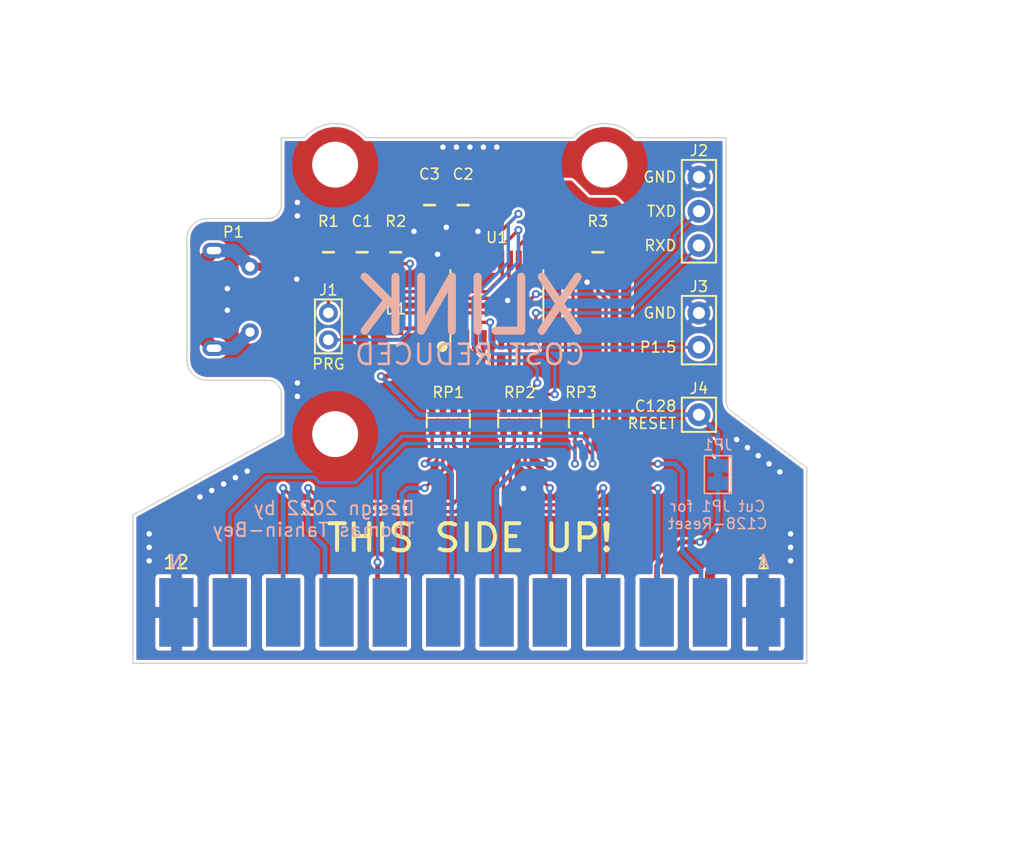
<source format=kicad_pcb>
(kicad_pcb (version 20211014) (generator pcbnew)
  (layers (0 "F.Cu" signal) (31 "B.Cu" signal) (34 "B.Paste" user) (35 "F.Paste" user) (36 "B.SilkS" user "B.Silkscreen") (37 "F.SilkS" user "F.Silkscreen") (38 "B.Mask" user) (39 "F.Mask" user) (44 "Edge.Cuts" user))
  (net 0 "")
  (net 1 "GND")
  (net 2 "+5V")
  (net 3 "Net-(D1-Pad1)")
  (net 4 "Net-(C1-Pad2)")
  (net 5 "Net-(D1-Pad2)")
  (net 6 "Net-(P1-Pad2)")
  (net 7 "Net-(RP1-Pad1)")
  (net 8 "Net-(RP1-Pad2)")
  (net 9 "Net-(RP1-Pad4)")
  (net 10 "Net-(P2-PadH)")
  (net 11 "Net-(P2-PadJ)")
  (net 12 "Net-(P2-PadK)")
  (net 13 "Net-(P2-PadL)")
  (net 14 "Net-(RP2-Pad1)")
  (net 15 "Net-(RP2-Pad2)")
  (net 16 "Net-(RP2-Pad3)")
  (net 17 "Net-(RP2-Pad4)")
  (net 18 "Net-(P2-PadC)")
  (net 19 "Net-(P2-PadD)")
  (net 20 "Net-(P2-PadE)")
  (net 21 "Net-(P2-PadF)")
  (net 22 "Net-(RP3-Pad1)")
  (net 23 "Net-(P2-Pad8)")
  (net 24 "Net-(P2-PadB)")
  (net 25 "Net-(P2-PadM)")
  (net 26 "+3V3")
  (net 27 "Net-(J1-Pad2)")
  (net 28 "Net-(J1-Pad1)")
  (net 29 "Net-(R3-Pad2)")
  (net 30 "Net-(RP3-Pad2)")
  (net 31 "Net-(J3-Pad2)")
  (net 32 "Net-(J2-Pad2)")
  (net 33 "Net-(JP1-Pad2)")
  (net 34 "Net-(J2-Pad3)")
  (net 35 "Net-(J5-Pad1)")
  (footprint "TTB_MyLib:TTB_C0603" (layer "F.Cu") (at 147 84.5 -90)
    (fp_text reference "C1")
    (fp_text value "4,7nF" hide)
  )
  (footprint "TTB_MyLib:TTB_C0603" (layer "F.Cu") (at 154.5 81 -90)
    (fp_text reference "C2")
    (fp_text value "100nF" hide)
  )
  (footprint "TTB_MyLib:TTB_C0603" (layer "F.Cu") (at 152 81 -90)
    (fp_text reference "C3")
    (fp_text value "100nF" hide)
  )
  (footprint "TTB_MyLib:TTB_D0603" (layer "F.Cu") (at 149.5 91 -90)
    (fp_text reference "D1")
    (fp_text value "CD4148WTP" hide)
  )
  (footprint "TTB_MyLib:TTB_R0603" (layer "F.Cu") (at 144.5 84.5 -90)
    (fp_text reference "R1")
    (fp_text value "1M" hide)
  )
  (footprint "TTB_MyLib:TTB_RNet1206_4R" (layer "F.Cu") (at 153.4 97 180)
    (fp_text reference "RP1")
    (fp_text value "470R" hide)
  )
  (footprint "TTB_MyLib:TTB_RNet1206_4R" (layer "F.Cu") (at 158.7 97 180)
    (fp_text reference "RP2")
    (fp_text value "470R" hide)
  )
  (footprint "Mounting_Holes:MountingHole_3mm" (layer "F.Cu") (at 145 78)
    (fp_text reference "MH1" hide)
    (fp_text value "Hole" hide)
  )
  (footprint "Mounting_Holes:MountingHole_3mm" (layer "F.Cu") (at 145 98)
    (fp_text reference "MH3" hide)
    (fp_text value "Hole" hide)
  )
  (footprint "TTB_MyLib:TTB_C64_Userport" (layer "F.Cu") (at 155 112.5)
    (fp_text reference "P2" hide)
    (fp_text value "C64_Userport" hide)
  )
  (footprint "Housings_SSOP:TSSOP-20_4.4x6.5mm_Pitch0.65mm" (layer "F.Cu") (at 157 88.05 90)
    (fp_text reference "U1")
    (fp_text value "CH552T")
  )
  (footprint "TTB_MyLib:TTB_R0603" (layer "F.Cu") (at 149.5 84.5 90)
    (fp_text reference "R2")
    (fp_text value "20k" hide)
  )
  (footprint "TTB_MyLib:TTB_R0603" (layer "F.Cu") (at 164.5 84.5 90)
    (fp_text reference "R3")
    (fp_text value "180R" hide)
  )
  (footprint "TTB_MyLib:TTB_RNet1206_2R" (layer "F.Cu") (at 163.25 97 180)
    (fp_text reference "RP3")
    (fp_text value "1k0" hide)
  )
  (footprint "TTB_MyLib:TTB_USB-B_Micro_LCSC_C10418" (layer "F.Cu") (at 136 88 90)
    (fp_text reference "P1")
    (fp_text value "USB_Micro" hide)
  )
  (footprint "TTB_MyLib:TTB_Pinhead_2x1_2mm" (layer "F.Cu") (at 144.5 90)
    (fp_text reference "J1")
    (fp_text value "Prog" hide)
  )
  (footprint "TTB_MyLib:TTB_Pinhead_1x2_Rahmen" (layer "F.Cu") (at 172 90.28 -90)
    (fp_text reference "J3")
    (fp_text value "Prog" hide)
  )
  (footprint "TTB_MyLib:TTB_Pinhead_1x3_Rahmen" (layer "F.Cu") (at 172 81.46 -90)
    (fp_text reference "J2")
    (fp_text value "Serial" hide)
  )
  (footprint "TTB_MyLib:TTB_Pinhead_1x1_Rahmen" (layer "F.Cu") (at 172 96.56 -90)
    (fp_text reference "J4")
    (fp_text value "C128-Reset" hide)
  )
  (footprint "Mounting_Holes:MountingHole_3mm" (layer "F.Cu") (at 165 78)
    (fp_text reference "MH2" hide)
    (fp_text value "Hole" hide)
  )
  (footprint "Measurement_Points:Measurement_Point_Round-SMD-Pad_Small" (layer "F.Cu") (at 147 91)
    (fp_text reference "J5" hide)
    (fp_text value "Reset" hide)
  )
  (footprint "Jumper:SolderJumper-2_P1.3mm_Bridged_Pad1.0x1.5mm" (layer "B.Cu") (at 173.4 101 -90)
    (fp_text reference "JP1")
    (fp_text value "Cut for C128-Reset" hide)
  )
  (gr_circle (center 152.95 91.5) (end 153.15 91.5) (layer "F.SilkS") (width 0.4) (fill none))
  (gr_line (start 130 115) (end 130 104) (layer "Edge.Cuts") (width 0.1))
  (gr_line (start 180 115) (end 180 100.5) (layer "Edge.Cuts") (width 0.1))
  (gr_line (start 141 95) (end 141 98) (layer "Edge.Cuts") (width 0.1))
  (gr_line (start 134 83.5) (end 134 92.5) (layer "Edge.Cuts") (width 0.1))
  (gr_line (start 135.5 94) (end 140 94) (layer "Edge.Cuts") (width 0.1))
  (gr_line (start 135.5 82) (end 140 82) (layer "Edge.Cuts") (width 0.1))
  (gr_line (start 130 104) (end 141 98) (layer "Edge.Cuts") (width 0.1))
  (gr_line (start 141 76) (end 141 81) (layer "Edge.Cuts") (width 0.1))
  (gr_line (start 141 76) (end 142.7 76) (layer "Edge.Cuts") (width 0.1))
  (gr_line (start 167.3 76) (end 174 76) (layer "Edge.Cuts") (width 0.1))
  (gr_line (start 147.3 76) (end 162.7 76) (layer "Edge.Cuts") (width 0.1))
  (gr_arc (start 162.7 76) (mid 165 74.95205) (end 167.3 76) (layer "Edge.Cuts") (width 0.1))
  (gr_arc (start 135.5 94) (mid 134.43934 93.56066) (end 134 92.5) (layer "Edge.Cuts") (width 0.1))
  (gr_arc (start 140 94) (mid 140.707107 94.292893) (end 141 95) (layer "Edge.Cuts") (width 0.1))
  (gr_line (start 174 76) (end 174 95.500525) (layer "Edge.Cuts") (width 0.1))
  (gr_line (start 174.4 96.3) (end 180 100.5) (layer "Edge.Cuts") (width 0.1))
  (gr_arc (start 141 81) (mid 140.707107 81.707107) (end 140 82) (layer "Edge.Cuts") (width 0.1))
  (gr_line (start 130 115) (end 180 115) (layer "Edge.Cuts") (width 0.1))
  (gr_arc (start 134 83.5) (mid 134.43934 82.43934) (end 135.5 82) (layer "Edge.Cuts") (width 0.1))
  (gr_arc (start 142.7 76) (mid 145 74.95205) (end 147.3 76) (layer "Edge.Cuts") (width 0.1))
  (gr_arc (start 174.4 96.3) (mid 174.10569 95.947448) (end 174 95.500525) (layer "Edge.Cuts") (width 0.1))
  (gr_text "N" (at 133.2 107.5) (layer "B.SilkS") (effects (font (size 1 1)) (justify mirror)))
  (gr_text "A" (at 176.8 107.5) (layer "B.SilkS") (effects (font (size 1 1)) (justify mirror)))
  (gr_text "Design 2022 by\nThomas Tahsin-Bey" (at 151 104.3) (layer "B.SilkS") (effects (font (size 1 1)) (justify left mirror)))
  (gr_text "COST REDUCED" (at 155 92.1) (layer "B.SilkS") (effects (font (size 1.5 1.5) (thickness 0.2)) (justify mirror)))
  (gr_text "Cut JP1 for\nC128-Reset" (at 173.4 104) (layer "B.SilkS") (effects (font (size 0.8 0.8) (thickness 0.12)) (justify mirror)))
  (gr_text "XLINK" (at 155 88.5) (layer "B.SilkS") (effects (font (size 4 4) (thickness 0.6)) (justify mirror)))
  (gr_text "1" (at 176.8 107.5) (layer "F.SilkS") (effects (font (size 1 1))))
  (gr_text "THIS SIDE UP!" (at 155 105.7) (layer "F.SilkS") (effects (font (size 2 2) (thickness 0.3))))
  (gr_text "TXD" (at 170.4 81.46) (layer "F.SilkS") (effects (font (size 0.8 0.8) (thickness 0.12)) (justify right)))
  (gr_text "RXD" (at 170.4 84) (layer "F.SilkS") (effects (font (size 0.8 0.8) (thickness 0.12)) (justify right)))
  (gr_text "GND" (at 170.4 89) (layer "F.SilkS") (effects (font (size 0.8 0.8) (thickness 0.12)) (justify right)))
  (gr_text "P1.5" (at 170.4 91.54) (layer "F.SilkS") (effects (font (size 0.8 0.8) (thickness 0.12)) (justify right)))
  (gr_text "C128\nRESET" (at 170.4 96.56) (layer "F.SilkS") (effects (font (size 0.8 0.8) (thickness 0.12)) (justify right)))
  (gr_text "PRG" (at 144.5 92.8) (layer "F.SilkS") (effects (font (size 0.8 0.8) (thickness 0.12))))
  (gr_text "GND" (at 170.4 78.92) (layer "F.SilkS") (effects (font (size 0.8 0.8) (thickness 0.12)) (justify right)))
  (gr_text "12" (at 133.2 107.5) (layer "F.SilkS") (effects (font (size 1 1))))
  (segment (start 131.2 106.4) (end 131.2 105.4) (width 0.25) (layer "F.Cu") (net 1))
  (segment (start 142.2 82.55) (end 142.2 81.8) (width 0.25) (layer "F.Cu") (net 1))
  (segment (start 141.15 89.75) (end 140.7 89.3) (width 0.25) (layer "F.Cu") (net 1))
  (segment (start 176.7788 107.8212) (end 177.2 107.4) (width 0.25) (layer "F.Cu") (net 1))
  (segment (start 178.8 107.4) (end 178.8 106.4) (width 0.25) (layer "F.Cu") (net 1))
  (segment (start 178.8 105.4) (end 178.8 102.4) (width 0.25) (layer "F.Cu") (net 1))
  (segment (start 137.119599 101.702738) (end 137.59829 101.224047) (width 0.25) (layer "F.Cu") (net 1))
  (segment (start 134.964344 102.66012) (end 135.363635 102.66012) (width 0.25) (layer "F.Cu") (net 1))
  (segment (start 140.7 89.3) (end 139.2 89.3) (width 0.25) (layer "F.Cu") (net 1))
  (segment (start 176.2 99.6) (end 175.6 99) (width 0.25) (layer "F.Cu") (net 1))
  (segment (start 142.2 95.2) (end 142.2 94.2) (width 0.25) (layer "F.Cu") (net 1))
  (segment (start 155.375 83.625) (end 155.6 83.4) (width 0.25) (layer "F.Cu") (net 1))
  (segment (start 141.4 83.35) (end 142.2 82.55) (width 0.25) (layer "F.Cu") (net 1))
  (segment (start 156 76.7) (end 157 76.7) (width 0.25) (layer "F.Cu") (net 1))
  (segment (start 178.8 106.4) (end 178.8 105.4) (width 0.25) (layer "F.Cu") (net 1))
  (segment (start 175.4 99) (end 174.8 98.4) (width 0.25) (layer "F.Cu") (net 1))
  (segment (start 136.720308 101.702738) (end 137.119599 101.702738) (width 0.25) (layer "F.Cu") (net 1))
  (segment (start 137.59829 101.224047) (end 137.997581 101.224047) (width 0.25) (layer "F.Cu") (net 1))
  (segment (start 178 100.8) (end 177.8 100.8) (width 0.25) (layer "F.Cu") (net 1))
  (segment (start 131.2 107.4) (end 131.2 106.4) (width 0.25) (layer "F.Cu") (net 1))
  (segment (start 134.25 104.25) (end 132.35 104.25) (width 0.25) (layer "F.Cu") (net 1))
  (segment (start 155.6 83.4) (end 155.6 82.95) (width 0.25) (layer "F.Cu") (net 1))
  (segment (start 149.65 76.7) (end 153 76.7) (width 0.25) (layer "F.Cu") (net 1))
  (segment (start 142.2 80.8) (end 147.05 80.8) (width 0.25) (layer "F.Cu") (net 1))
  (segment (start 148.8 77.55) (end 149.65 76.7) (width 0.25) (layer "F.Cu") (net 1))
  (segment (start 137 88.8) (end 137 87.2) (width 0.25) (layer "F.Cu") (net 1))
  (segment (start 139.05 83.35) (end 141.4 83.35) (width 0.25) (layer "F.Cu") (net 1))
  (segment (start 134.964344 103.535656) (end 134.964344 102.66012) (width 0.25) (layer "F.Cu") (net 1))
  (segment (start 178.8 102.4) (end 178.8 101.6) (width 0.25) (layer "F.Cu") (net 1))
  (segment (start 176.4 99.6) (end 176.2 99.6) (width 0.25) (layer "F.Cu") (net 1))
  (segment (start 133.2212 108.0212) (end 132.6 107.4) (width 0.25) (layer "F.Cu") (net 1))
  (segment (start 137.997581 101.224047) (end 138.476272 100.745356) (width 0.25) (layer "F.Cu") (net 1))
  (segment (start 154 76.7) (end 155 76.7) (width 0.25) (layer "F.Cu") (net 1))
  (segment (start 132.6 107.4) (end 131.2 107.4) (width 0.25) (layer "F.Cu") (net 1))
  (segment (start 135 105.4) (end 131.2 105.4) (width 0.25) (layer "F.Cu") (net 1))
  (segment (start 175.6 99) (end 175.4 99) (width 0.25) (layer "F.Cu") (net 1))
  (segment (start 133.2212 111.23) (end 133.2212 108.0212) (width 0.25) (layer "F.Cu") (net 1))
  (segment (start 142.2 98.2) (end 142.2 95.2) (width 0.25) (layer "F.Cu") (net 1))
  (segment (start 141.15 92.1) (end 142.2 93.15) (width 0.25) (layer "F.Cu") (net 1))
  (segment (start 136.241617 102.181429) (end 136.720308 101.702738) (width 0.25) (layer "F.Cu") (net 1))
  (segment (start 133.2212 111.23) (end 133.2212 107.8212) (width 0.25) (layer "F.Cu") (net 1))
  (segment (start 142.2 98.2) (end 135 105.4) (width 0.25) (layer "F.Cu") (net 1))
  (segment (start 137 85.4) (end 139.05 83.35) (width 0.25) (layer "F.Cu") (net 1))
  (segment (start 148.8 79.05) (end 148.8 77.55) (width 0.25) (layer "F.Cu") (net 1))
  (segment (start 177.8 100.8) (end 177.2 100.2) (width 0.25) (layer "F.Cu") (net 1))
  (segment (start 132.35 104.25) (end 131.2 105.4) (width 0.25) (layer "F.Cu") (net 1))
  (segment (start 139.2 89.3) (end 137.5 89.3) (width 0.25) (layer "F.Cu") (net 1))
  (segment (start 134.25 104.25) (end 134.964344 103.535656) (width 0.25) (layer "F.Cu") (net 1))
  (segment (start 153 76.7) (end 154 76.7) (width 0.25) (layer "F.Cu") (net 1))
  (segment (start 177.2 107.4) (end 178.8 107.4) (width 0.25) (layer "F.Cu") (net 1))
  (segment (start 137.5 89.3) (end 137 88.8) (width 0.25) (layer "F.Cu") (net 1))
  (segment (start 142.2 94.2) (end 142.2 93.15) (width 0.25) (layer "F.Cu") (net 1))
  (segment (start 177 100.2) (end 176.4 99.6) (width 0.25) (layer "F.Cu") (net 1))
  (segment (start 155 76.7) (end 156 76.7) (width 0.25) (layer "F.Cu") (net 1))
  (segment (start 137 87.2) (end 137 85.4) (width 0.25) (layer "F.Cu") (net 1))
  (segment (start 178.8 101.6) (end 178 100.8) (width 0.25) (layer "F.Cu") (net 1))
  (segment (start 135.842326 102.181429) (end 136.241617 102.181429) (width 0.25) (layer "F.Cu") (net 1))
  (segment (start 155.375 85.1) (end 155.375 83.625) (width 0.25) (layer "F.Cu") (net 1))
  (segment (start 176.7788 111.23) (end 176.7788 107.8212) (width 0.25) (layer "F.Cu") (net 1))
  (segment (start 142.2 81.8) (end 142.2 80.8) (width 0.25) (layer "F.Cu") (net 1))
  (segment (start 177.2 100.2) (end 177 100.2) (width 0.25) (layer "F.Cu") (net 1))
  (segment (start 135.363635 102.66012) (end 135.842326 102.181429) (width 0.25) (layer "F.Cu") (net 1))
  (segment (start 141.15 89.75) (end 141.15 92.1) (width 0.25) (layer "F.Cu") (net 1))
  (segment (start 147.05 80.8) (end 148.8 79.05) (width 0.25) (layer "F.Cu") (net 1))
  (via (at 178 100.8) (size 0.6) (drill 0.4) (layers "F.Cu" "B.Cu") (net 1))
  (via (at 137 88.8) (size 0.6) (drill 0.4) (layers "F.Cu" "B.Cu") (net 1))
  (via (at 137 87.2) (size 0.6) (drill 0.4) (layers "F.Cu" "B.Cu") (net 1))
  (via (at 142.2 81.8) (size 0.6) (drill 0.4) (layers "F.Cu" "B.Cu") (net 1))
  (via (at 142.2 80.8) (size 0.6) (drill 0.4) (layers "F.Cu" "B.Cu") (net 1))
  (via (at 154 76.7) (size 0.6) (drill 0.4) (layers "F.Cu" "B.Cu") (net 1))
  (via (at 155 76.7) (size 0.6) (drill 0.4) (layers "F.Cu" "B.Cu") (net 1))
  (via (at 156 76.7) (size 0.6) (drill 0.4) (layers "F.Cu" "B.Cu") (net 1))
  (via (at 157 76.7) (size 0.6) (drill 0.4) (layers "F.Cu" "B.Cu") (net 1))
  (via (at 153 76.7) (size 0.6) (drill 0.4) (layers "F.Cu" "B.Cu") (net 1))
  (via (at 134.964344 102.66012) (size 0.6) (drill 0.4) (layers "F.Cu" "B.Cu") (net 1))
  (via (at 135.842326 102.181429) (size 0.6) (drill 0.4) (layers "F.Cu" "B.Cu") (net 1))
  (via (at 136.720308 101.702738) (size 0.6) (drill 0.4) (layers "F.Cu" "B.Cu") (net 1))
  (via (at 137.59829 101.224047) (size 0.6) (drill 0.4) (layers "F.Cu" "B.Cu") (net 1))
  (via (at 138.476272 100.745356) (size 0.6) (drill 0.4) (layers "F.Cu" "B.Cu") (net 1))
  (via (at 163.7 86.725) (size 0.8) (drill 0.4) (layers "F.Cu" "B.Cu") (net 1))
  (via (at 158.975 102.025) (size 0.8) (drill 0.4) (layers "F.Cu" "B.Cu") (net 1))
  (via (at 153.25 82.65) (size 0.8) (drill 0.4) (layers "F.Cu" "B.Cu") (net 1))
  (via (at 174.8 98.4) (size 0.6) (drill 0.4) (layers "F.Cu" "B.Cu") (net 1))
  (via (at 157.8 88.075) (size 0.8) (drill 0.4) (layers "F.Cu" "B.Cu") (net 1))
  (via (at 150.85 82.95) (size 0.8) (drill 0.4) (layers "F.Cu" "B.Cu") (net 1))
  (via (at 131.2 106.4) (size 0.6) (drill 0.4) (layers "F.Cu" "B.Cu") (net 1))
  (via (at 178.8 105.4) (size 0.6) (drill 0.4) (layers "F.Cu" "B.Cu") (net 1))
  (via (at 178.8 107.4) (size 0.6) (drill 0.4) (layers "F.Cu" "B.Cu") (net 1))
  (via (at 131.2 105.4) (size 0.6) (drill 0.4) (layers "F.Cu" "B.Cu") (net 1))
  (via (at 177.2 100.2) (size 0.6) (drill 0.4) (layers "F.Cu" "B.Cu") (net 1))
  (via (at 175.6 99) (size 0.6) (drill 0.4) (layers "F.Cu" "B.Cu") (net 1))
  (via (at 142.2 95.2) (size 0.6) (drill 0.4) (layers "F.Cu" "B.Cu") (net 1))
  (via (at 142.2 94.2) (size 0.6) (drill 0.4) (layers "F.Cu" "B.Cu") (net 1))
  (via (at 155.6 82.95) (size 0.8) (drill 0.4) (layers "F.Cu" "B.Cu") (net 1))
  (via (at 142.15 86.5) (size 0.8) (drill 0.4) (layers "F.Cu" "B.Cu") (net 1))
  (via (at 176.4 99.6) (size 0.6) (drill 0.4) (layers "F.Cu" "B.Cu") (net 1))
  (via (at 131.2 107.4) (size 0.6) (drill 0.4) (layers "F.Cu" "B.Cu") (net 1))
  (via (at 152.6 84.65) (size 0.8) (drill 0.4) (layers "F.Cu" "B.Cu") (net 1))
  (via (at 178.8 106.4) (size 0.6) (drill 0.4) (layers "F.Cu" "B.Cu") (net 1))
  (segment (start 162.4 85.425) (end 163.7 86.725) (width 0.25) (layer "B.Cu") (net 1))
  (segment (start 160.6 80.225) (end 162.4 82.025) (width 0.25) (layer "B.Cu") (net 1))
  (segment (start 154.3 82.65) (end 154.6 82.95) (width 0.25) (layer "B.Cu") (net 1))
  (segment (start 155.6 82.95) (end 155.6 81.25) (width 0.25) (layer "B.Cu") (net 1))
  (segment (start 150.85 83.825) (end 150.85 82.95) (width 0.25) (layer "B.Cu") (net 1))
  (segment (start 159.15 86.725) (end 163.7 86.725) (width 0.25) (layer "B.Cu") (net 1))
  (segment (start 152.6 84.65) (end 152.6 83.9) (width 0.25) (layer "B.Cu") (net 1))
  (segment (start 142.15 86.5) (end 143 85.65) (width 0.25) (layer "B.Cu") (net 1))
  (segment (start 153.25 83.25) (end 153.25 82.65) (width 0.25) (layer "B.Cu") (net 1))
  (segment (start 151.675 84.65) (end 150.85 83.825) (width 0.25) (layer "B.Cu") (net 1))
  (segment (start 153.25 82.65) (end 154.3 82.65) (width 0.25) (layer "B.Cu") (net 1))
  (segment (start 152.6 83.9) (end 153.25 83.25) (width 0.25) (layer "B.Cu") (net 1))
  (segment (start 156.625 80.225) (end 160.6 80.225) (width 0.25) (layer "B.Cu") (net 1))
  (segment (start 152.6 84.65) (end 151.675 84.65) (width 0.25) (layer "B.Cu") (net 1))
  (segment (start 162.4 82.025) (end 162.4 85.425) (width 0.25) (layer "B.Cu") (net 1))
  (segment (start 157.8 88.075) (end 159.15 86.725) (width 0.25) (layer "B.Cu") (net 1))
  (segment (start 143 85.65) (end 143.6 85.65) (width 0.25) (layer "B.Cu") (net 1))
  (segment (start 154.6 82.95) (end 155.6 82.95) (width 0.25) (layer "B.Cu") (net 1))
  (segment (start 143.6 85.65) (end 146.3 82.95) (width 0.25) (layer "B.Cu") (net 1))
  (segment (start 146.3 82.95) (end 150.85 82.95) (width 0.25) (layer "B.Cu") (net 1))
  (segment (start 155.6 81.25) (end 156.625 80.225) (width 0.25) (layer "B.Cu") (net 1))
  (segment (start 173.825 107.3) (end 172.8188 108.3062) (width 0.75) (layer "F.Cu") (net 2))
  (segment (start 165.65 80.825) (end 166.6 81.775) (width 0.75) (layer "F.Cu") (net 2))
  (segment (start 173.825 99.7) (end 173.825 107.3) (width 0.75) (layer "F.Cu") (net 2))
  (segment (start 156.8 79.55) (end 162.4 79.55) (width 0.75) (layer "F.Cu") (net 2))
  (segment (start 156.25 80.1) (end 156.8 79.55) (width 0.75) (layer "F.Cu") (net 2))
  (segment (start 166.6 97.85) (end 167.45 98.7) (width 0.75) (layer "F.Cu") (net 2))
  (segment (start 172.825 98.7) (end 173.825 99.7) (width 0.75) (layer "F.Cu") (net 2))
  (segment (start 154.5 83) (end 154.5 81.85) (width 0.4) (layer "F.Cu") (net 2))
  (segment (start 154.725 85.1) (end 154.725 83.225) (width 0.4) (layer "F.Cu") (net 2))
  (segment (start 154.5 81.85) (end 155.65 81.85) (width 0.75) (layer "F.Cu") (net 2))
  (segment (start 154.725 83.225) (end 154.5 83) (width 0.4) (layer "F.Cu") (net 2))
  (segment (start 172.8188 108.3062) (end 172.8188 111.23) (width 0.75) (layer "F.Cu") (net 2))
  (segment (start 167.45 98.7) (end 172.825 98.7) (width 0.75) (layer "F.Cu") (net 2))
  (segment (start 166.6 81.775) (end 166.6 97.85) (width 0.75) (layer "F.Cu") (net 2))
  (segment (start 162.4 79.55) (end 163.675 80.825) (width 0.75) (layer "F.Cu") (net 2))
  (segment (start 156.25 81.25) (end 156.25 80.1) (width 0.75) (layer "F.Cu") (net 2))
  (segment (start 163.675 80.825) (end 165.65 80.825) (width 0.75) (layer "F.Cu") (net 2))
  (segment (start 155.65 81.85) (end 156.25 81.25) (width 0.75) (layer "F.Cu") (net 2))
  (segment (start 154.075 91) (end 154.075 89.9) (width 0.3) (layer "F.Cu") (net 3))
  (segment (start 153.75 89.575) (end 152.725 89.575) (width 0.3) (layer "F.Cu") (net 3))
  (segment (start 152.15 90.15) (end 149.5 90.15) (width 0.3) (layer "F.Cu") (net 3))
  (segment (start 154.075 89.9) (end 153.75 89.575) (width 0.3) (layer "F.Cu") (net 3))
  (segment (start 152.725 89.575) (end 152.15 90.15) (width 0.3) (layer "F.Cu") (net 3))
  (segment (start 144.5 85.35) (end 147 85.35) (width 0.6) (layer "F.Cu") (net 4))
  (segment (start 136 84.375) (end 135.1 85.275) (width 1) (layer "F.Cu") (net 4))
  (segment (start 139.85 85.35) (end 139.625 85.575) (width 0.6) (layer "F.Cu") (net 4))
  (segment (start 135.1 90.725) (end 136 91.625) (width 1) (layer "F.Cu") (net 4))
  (segment (start 135.1 86.4) (end 135.1 89.6) (width 1) (layer "F.Cu") (net 4))
  (segment (start 139.625 85.575) (end 138.68 85.575) (width 0.6) (layer "F.Cu") (net 4))
  (segment (start 144.5 85.35) (end 139.85 85.35) (width 0.6) (layer "F.Cu") (net 4))
  (segment (start 135.1 89.6) (end 135.1 90.725) (width 1) (layer "F.Cu") (net 4))
  (segment (start 135.1 85.275) (end 135.1 86.4) (width 1) (layer "F.Cu") (net 4))
  (segment (start 137.48 91.625) (end 136 91.625) (width 1) (layer "B.Cu") (net 4))
  (segment (start 138.68 85.575) (end 137.48 84.375) (width 1) (layer "B.Cu") (net 4))
  (segment (start 138.68 90.425) (end 137.48 91.625) (width 1) (layer "B.Cu") (net 4))
  (segment (start 137.48 84.375) (end 136 84.375) (width 1) (layer "B.Cu") (net 4))
  (segment (start 149.5 91.85) (end 149.5 93.175) (width 0.35) (layer "F.Cu") (net 5))
  (segment (start 149.5 93.175) (end 148.975 93.7) (width 0.35) (layer "F.Cu") (net 5))
  (segment (start 148.975 93.7) (end 148.4 93.7) (width 0.35) (layer "F.Cu") (net 5))
  (via (at 148.4 93.7) (size 0.6) (drill 0.3) (layers "F.Cu" "B.Cu") (net 5))
  (segment (start 151.25 96.55) (end 171.99 96.55) (width 0.35) (layer "B.Cu") (net 5))
  (segment (start 173.4 97.96) (end 172 96.56) (width 0.35) (layer "B.Cu") (net 5))
  (segment (start 173.4 97.96) (end 173.4 100.35) (width 0.35) (layer "B.Cu") (net 5))
  (segment (start 148.4 93.7) (end 151.25 96.55) (width 0.35) (layer "B.Cu") (net 5))
  (segment (start 171.99 96.55) (end 172 96.56) (width 0.35) (layer "B.Cu") (net 5))
  (segment (start 140.92 87.35) (end 139.2 87.35) (width 0.25) (layer "F.Cu") (net 6))
  (segment (start 156.295 87.43) (end 141 87.43) (width 0.25) (layer "F.Cu") (net 6))
  (segment (start 157.4 85.175) (end 157.4 86.325) (width 0.25) (layer "F.Cu") (net 6))
  (segment (start 141 87.43) (end 140.92 87.35) (width 0.25) (layer "F.Cu") (net 6))
  (segment (start 157.4 86.325) (end 156.295 87.43) (width 0.25) (layer "F.Cu") (net 6))
  (segment (start 157.325 85.1) (end 157.4 85.175) (width 0.25) (layer "F.Cu") (net 6))
  (segment (start 154.6 95.05) (end 154.6 96.2) (width 0.25) (layer "F.Cu") (net 7))
  (segment (start 156.675 92.975) (end 154.6 95.05) (width 0.25) (layer "F.Cu") (net 7))
  (segment (start 156.675 91) (end 156.675 92.975) (width 0.25) (layer "F.Cu") (net 7))
  (segment (start 156.025 92.825) (end 153.8 95.05) (width 0.25) (layer "F.Cu") (net 8))
  (segment (start 153.8 95.05) (end 153.8 96.2) (width 0.25) (layer "F.Cu") (net 8))
  (segment (start 156.025 91) (end 156.025 92.825) (width 0.25) (layer "F.Cu") (net 8))
  (segment (start 154.725 91) (end 154.725 92.525) (width 0.25) (layer "F.Cu") (net 9))
  (segment (start 152.2 95.05) (end 152.2 96.2) (width 0.25) (layer "F.Cu") (net 9))
  (segment (start 154.725 92.525) (end 152.2 95.05) (width 0.25) (layer "F.Cu") (net 9))
  (segment (start 151.65 100.2) (end 152.2 99.65) (width 0.25) (layer "F.Cu") (net 10))
  (segment (start 152.2 99.65) (end 152.2 97.8) (width 0.25) (layer "F.Cu") (net 10))
  (via (at 151.65 100.2) (size 0.6) (drill 0.3) (layers "F.Cu" "B.Cu") (net 10))
  (segment (start 153.0212 111.23) (end 153.65 110.6012) (width 0.35) (layer "B.Cu") (net 10))
  (segment (start 153.65 100.95) (end 152.9 100.2) (width 0.35) (layer "B.Cu") (net 10))
  (segment (start 152.9 100.2) (end 151.65 100.2) (width 0.35) (layer "B.Cu") (net 10))
  (segment (start 153.65 110.6012) (end 153.65 100.95) (width 0.35) (layer "B.Cu") (net 10))
  (segment (start 153 100.65) (end 153 97.8) (width 0.25) (layer "F.Cu") (net 11))
  (segment (start 151.65 102) (end 153 100.65) (width 0.25) (layer "F.Cu") (net 11))
  (via (at 151.65 102) (size 0.6) (drill 0.3) (layers "F.Cu" "B.Cu") (net 11))
  (segment (start 150.35 102) (end 151.65 102) (width 0.35) (layer "B.Cu") (net 11))
  (segment (start 149.95 110.3412) (end 149.95 102.4) (width 0.35) (layer "B.Cu") (net 11))
  (segment (start 149.0612 111.23) (end 149.95 110.3412) (width 0.35) (layer "B.Cu") (net 11))
  (segment (start 149.95 102.4) (end 150.35 102) (width 0.35) (layer "B.Cu") (net 11))
  (segment (start 154.1 99.175) (end 153.8 98.875) (width 0.25) (layer "F.Cu") (net 12))
  (segment (start 153.725 103.2) (end 154.1 102.825) (width 0.25) (layer "F.Cu") (net 12))
  (segment (start 143 102) (end 144.2 103.2) (width 0.25) (layer "F.Cu") (net 12))
  (segment (start 154.1 102.825) (end 154.1 99.175) (width 0.25) (layer "F.Cu") (net 12))
  (segment (start 153.8 98.875) (end 153.8 97.8) (width 0.25) (layer "F.Cu") (net 12))
  (segment (start 144.2 103.2) (end 153.725 103.2) (width 0.25) (layer "F.Cu") (net 12))
  (via (at 143 102) (size 0.6) (drill 0.3) (layers "F.Cu" "B.Cu") (net 12))
  (segment (start 144.25 106.4) (end 143 105.15) (width 0.35) (layer "B.Cu") (net 12))
  (segment (start 143 105.15) (end 143 102) (width 0.35) (layer "B.Cu") (net 12))
  (segment (start 145.1012 111.23) (end 144.25 110.3788) (width 0.35) (layer "B.Cu") (net 12))
  (segment (start 144.25 110.3788) (end 144.25 106.4) (width 0.35) (layer "B.Cu") (net 12))
  (segment (start 154.6 103.1) (end 154.6 97.8) (width 0.25) (layer "F.Cu") (net 13))
  (segment (start 141.1412 102) (end 142.8912 103.75) (width 0.25) (layer "F.Cu") (net 13))
  (segment (start 153.95 103.75) (end 154.6 103.1) (width 0.25) (layer "F.Cu") (net 13))
  (segment (start 142.8912 103.75) (end 153.95 103.75) (width 0.25) (layer "F.Cu") (net 13))
  (via (at 141.1412 102) (size 0.6) (drill 0.3) (layers "F.Cu" "B.Cu") (net 13))
  (segment (start 141.1412 102) (end 141.1412 111.23) (width 0.35) (layer "B.Cu") (net 13))
  (segment (start 157.65 83.8) (end 158.6 82.85) (width 0.25) (layer "F.Cu") (net 14))
  (segment (start 161.3 95.05) (end 160.2 95.05) (width 0.25) (layer "F.Cu") (net 14))
  (segment (start 159.9 95.35) (end 159.9 96.2) (width 0.25) (layer "F.Cu") (net 14))
  (segment (start 160.2 95.05) (end 159.9 95.35) (width 0.25) (layer "F.Cu") (net 14))
  (segment (start 156.85 83.8) (end 157.65 83.8) (width 0.25) (layer "F.Cu") (net 14))
  (segment (start 156.675 83.975) (end 156.85 83.8) (width 0.25) (layer "F.Cu") (net 14))
  (segment (start 156.675 85.1) (end 156.675 83.975) (width 0.25) (layer "F.Cu") (net 14))
  (via (at 161.3 95.05) (size 0.6) (drill 0.3) (layers "F.Cu" "B.Cu") (net 14))
  (via (at 158.6 82.85) (size 0.6) (drill 0.3) (layers "F.Cu" "B.Cu") (net 14))
  (segment (start 155.7625 91.0625) (end 155.7625 88.0375) (width 0.25) (layer "B.Cu") (net 14))
  (segment (start 160.575 92.05) (end 156.75 92.05) (width 0.25) (layer "B.Cu") (net 14))
  (segment (start 158.6 85.2) (end 158.6 82.85) (width 0.25) (layer "B.Cu") (net 14))
  (segment (start 156.75 92.05) (end 155.7625 91.0625) (width 0.25) (layer "B.Cu") (net 14))
  (segment (start 155.7625 88.0375) (end 158.6 85.2) (width 0.25) (layer "B.Cu") (net 14))
  (segment (start 161.3 95.05) (end 161.3 92.775) (width 0.25) (layer "B.Cu") (net 14))
  (segment (start 161.3 92.775) (end 160.575 92.05) (width 0.25) (layer "B.Cu") (net 14))
  (segment (start 159.1 95.1) (end 159.1 96.2) (width 0.25) (layer "F.Cu") (net 15))
  (segment (start 156.025 83.875) (end 156.025 85.1) (width 0.25) (layer "F.Cu") (net 15))
  (segment (start 157 83.25) (end 156.65 83.25) (width 0.25) (layer "F.Cu") (net 15))
  (segment (start 160 94.2) (end 159.1 95.1) (width 0.25) (layer "F.Cu") (net 15))
  (segment (start 158.6 81.65) (end 157 83.25) (width 0.25) (layer "F.Cu") (net 15))
  (segment (start 156.65 83.25) (end 156.025 83.875) (width 0.25) (layer "F.Cu") (net 15))
  (via (at 160 94.2) (size 0.6) (drill 0.3) (layers "F.Cu" "B.Cu") (net 15))
  (via (at 158.6 81.65) (size 0.6) (drill 0.3) (layers "F.Cu" "B.Cu") (net 15))
  (segment (start 157.85 82.4) (end 158.6 81.65) (width 0.25) (layer "B.Cu") (net 15))
  (segment (start 159.375 92.55) (end 156.425 92.55) (width 0.25) (layer "B.Cu") (net 15))
  (segment (start 156.425 92.55) (end 155.225 91.35) (width 0.25) (layer "B.Cu") (net 15))
  (segment (start 155.225 87.875) (end 157.85 85.25) (width 0.25) (layer "B.Cu") (net 15))
  (segment (start 155.225 91.35) (end 155.225 87.875) (width 0.25) (layer "B.Cu") (net 15))
  (segment (start 160 94.2) (end 160 93.175) (width 0.25) (layer "B.Cu") (net 15))
  (segment (start 160 93.175) (end 159.375 92.55) (width 0.25) (layer "B.Cu") (net 15))
  (segment (start 157.85 85.25) (end 157.85 82.4) (width 0.25) (layer "B.Cu") (net 15))
  (segment (start 158.625 93.775) (end 158.3 94.1) (width 0.25) (layer "F.Cu") (net 16))
  (segment (start 158.3 94.1) (end 158.3 96.2) (width 0.25) (layer "F.Cu") (net 16))
  (segment (start 158.625 91) (end 158.625 93.775) (width 0.25) (layer "F.Cu") (net 16))
  (segment (start 157.975 93.525) (end 157.5 94) (width 0.25) (layer "F.Cu") (net 17))
  (segment (start 157.975 91) (end 157.975 93.525) (width 0.25) (layer "F.Cu") (net 17))
  (segment (start 157.5 94) (end 157.5 96.2) (width 0.25) (layer "F.Cu") (net 17))
  (segment (start 168.95 102) (end 167.4 102) (width 0.25) (layer "F.Cu") (net 18))
  (segment (start 167.4 102) (end 165.65 103.75) (width 0.25) (layer "F.Cu") (net 18))
  (segment (start 157.5 103.1) (end 157.5 97.8) (width 0.25) (layer "F.Cu") (net 18))
  (segment (start 165.65 103.75) (end 158.15 103.75) (width 0.25) (layer "F.Cu") (net 18))
  (segment (start 158.15 103.75) (end 157.5 103.1) (width 0.25) (layer "F.Cu") (net 18))
  (via (at 168.95 102) (size 0.6) (drill 0.3) (layers "F.Cu" "B.Cu") (net 18))
  (segment (start 168.95 111.1388) (end 168.95 102) (width 0.35) (layer "B.Cu") (net 18))
  (segment (start 168.8588 111.23) (end 168.95 111.1388) (width 0.35) (layer "B.Cu") (net 18))
  (segment (start 164.8988 102) (end 163.6488 103.25) (width 0.25) (layer "F.Cu") (net 19))
  (segment (start 163.6488 103.25) (end 158.375 103.25) (width 0.25) (layer "F.Cu") (net 19))
  (segment (start 158.3 98.875) (end 158.3 97.8) (width 0.25) (layer "F.Cu") (net 19))
  (segment (start 158.375 103.25) (end 158 102.875) (width 0.25) (layer "F.Cu") (net 19))
  (segment (start 158 102.875) (end 158 99.175) (width 0.25) (layer "F.Cu") (net 19))
  (segment (start 158 99.175) (end 158.3 98.875) (width 0.25) (layer "F.Cu") (net 19))
  (via (at 164.8988 102) (size 0.6) (drill 0.3) (layers "F.Cu" "B.Cu") (net 19))
  (segment (start 164.8988 102) (end 164.8988 111.23) (width 0.35) (layer "B.Cu") (net 19))
  (segment (start 159.1 100.1612) (end 159.1 97.8) (width 0.25) (layer "F.Cu") (net 20))
  (segment (start 160.9388 102) (end 159.1 100.1612) (width 0.25) (layer "F.Cu") (net 20))
  (via (at 160.9388 102) (size 0.6) (drill 0.3) (layers "F.Cu" "B.Cu") (net 20))
  (segment (start 160.9388 102) (end 160.9388 111.23) (width 0.35) (layer "B.Cu") (net 20))
  (segment (start 160.9388 100.2) (end 159.9 99.1612) (width 0.25) (layer "F.Cu") (net 21))
  (segment (start 159.9 99.1612) (end 159.9 97.8) (width 0.25) (layer "F.Cu") (net 21))
  (via (at 160.9388 100.2) (size 0.6) (drill 0.3) (layers "F.Cu" "B.Cu") (net 21))
  (segment (start 158.8 100.2) (end 160.9388 100.2) (width 0.35) (layer "B.Cu") (net 21))
  (segment (start 156.9788 102.0212) (end 158.8 100.2) (width 0.35) (layer "B.Cu") (net 21))
  (segment (start 156.9788 102.0212) (end 156.9788 111.23) (width 0.35) (layer "B.Cu") (net 21))
  (segment (start 163.7 94.4) (end 163.7 96.2) (width 0.25) (layer "F.Cu") (net 22))
  (segment (start 161.95 83.5) (end 162.65 84.2) (width 0.25) (layer "F.Cu") (net 22))
  (segment (start 159.85 83.5) (end 161.95 83.5) (width 0.25) (layer "F.Cu") (net 22))
  (segment (start 159.275 84.075) (end 159.85 83.5) (width 0.25) (layer "F.Cu") (net 22))
  (segment (start 162.65 84.2) (end 162.65 93.35) (width 0.25) (layer "F.Cu") (net 22))
  (segment (start 162.65 93.35) (end 163.7 94.4) (width 0.25) (layer "F.Cu") (net 22))
  (segment (start 159.275 85.1) (end 159.275 84.075) (width 0.25) (layer "F.Cu") (net 22))
  (segment (start 162.8 98.65) (end 162.8 100.2) (width 0.25) (layer "F.Cu") (net 23))
  (segment (start 162.8 98.65) (end 162.8 97.8) (width 0.25) (layer "F.Cu") (net 23))
  (segment (start 149.0612 111.23) (end 149.0612 110.3112) (width 0.35) (layer "F.Cu") (net 23))
  (segment (start 149.0612 110.3112) (end 148.15 109.4) (width 0.35) (layer "F.Cu") (net 23))
  (segment (start 148.15 109.4) (end 148.15 107.5) (width 0.35) (layer "F.Cu") (net 23))
  (via (at 148.15 107.5) (size 0.6) (drill 0.3) (layers "F.Cu" "B.Cu") (net 23))
  (via (at 162.8 100.2) (size 0.6) (drill 0.3) (layers "F.Cu" "B.Cu") (net 23))
  (segment (start 148.15 100.7) (end 150.15 98.7) (width 0.25) (layer "B.Cu") (net 23))
  (segment (start 162.25 98.7) (end 162.8 99.25) (width 0.25) (layer "B.Cu") (net 23))
  (segment (start 162.8 99.25) (end 162.8 100.2) (width 0.25) (layer "B.Cu") (net 23))
  (segment (start 148.15 107.5) (end 148.15 100.7) (width 0.25) (layer "B.Cu") (net 23))
  (segment (start 150.15 98.7) (end 162.25 98.7) (width 0.25) (layer "B.Cu") (net 23))
  (segment (start 166.575 100.2) (end 165.1 98.725) (width 0.25) (layer "F.Cu") (net 24))
  (segment (start 165.1 98.725) (end 165.1 87.975) (width 0.25) (layer "F.Cu") (net 24))
  (segment (start 168.95 100.2) (end 166.575 100.2) (width 0.25) (layer "F.Cu") (net 24))
  (segment (start 164.5 87.375) (end 164.5 85.35) (width 0.25) (layer "F.Cu") (net 24))
  (segment (start 165.1 87.975) (end 164.5 87.375) (width 0.25) (layer "F.Cu") (net 24))
  (via (at 168.95 100.2) (size 0.6) (drill 0.3) (layers "F.Cu" "B.Cu") (net 24))
  (segment (start 170.775 100.775) (end 170.775 106.725) (width 0.35) (layer "B.Cu") (net 24))
  (segment (start 170.775 106.725) (end 172.15 108.1) (width 0.35) (layer "B.Cu") (net 24))
  (segment (start 168.95 100.2) (end 170.2 100.2) (width 0.35) (layer "B.Cu") (net 24))
  (segment (start 170.2 100.2) (end 170.775 100.775) (width 0.35) (layer "B.Cu") (net 24))
  (segment (start 172.15 110.5612) (end 172.8188 111.23) (width 0.35) (layer "B.Cu") (net 24))
  (segment (start 172.15 108.1) (end 172.15 110.5612) (width 0.35) (layer "B.Cu") (net 24))
  (segment (start 164.1 99.525) (end 164.1 100.2) (width 0.25) (layer "F.Cu") (net 25))
  (segment (start 163.7 99.125) (end 164.1 99.525) (width 0.25) (layer "F.Cu") (net 25))
  (segment (start 163.7 97.8) (end 163.7 99.125) (width 0.25) (layer "F.Cu") (net 25))
  (via (at 164.1 100.2) (size 0.6) (drill 0.3) (layers "F.Cu" "B.Cu") (net 25))
  (segment (start 164.1 98.925) (end 164.1 100.2) (width 0.25) (layer "B.Cu") (net 25))
  (segment (start 146.5 101.6) (end 149.95 98.15) (width 0.25) (layer "B.Cu") (net 25))
  (segment (start 139.85 101.2) (end 143.45 101.2) (width 0.25) (layer "B.Cu") (net 25))
  (segment (start 137.1812 103.8688) (end 139.85 101.2) (width 0.25) (layer "B.Cu") (net 25))
  (segment (start 149.95 98.15) (end 163.325 98.15) (width 0.25) (layer "B.Cu") (net 25))
  (segment (start 137.1812 111.23) (end 137.1812 103.8688) (width 0.25) (layer "B.Cu") (net 25))
  (segment (start 143.85 101.6) (end 146.5 101.6) (width 0.25) (layer "B.Cu") (net 25))
  (segment (start 143.45 101.2) (end 143.85 101.6) (width 0.25) (layer "B.Cu") (net 25))
  (segment (start 163.325 98.15) (end 164.1 98.925) (width 0.25) (layer "B.Cu") (net 25))
  (segment (start 153.85 83.65) (end 152.4 83.65) (width 0.4) (layer "F.Cu") (net 26))
  (segment (start 154.075 85.1) (end 154.075 83.875) (width 0.4) (layer "F.Cu") (net 26))
  (segment (start 154.075 83.875) (end 153.85 83.65) (width 0.4) (layer "F.Cu") (net 26))
  (segment (start 152 83.25) (end 152 81.85) (width 0.4) (layer "F.Cu") (net 26))
  (segment (start 149.5 82.35) (end 149.5 83.65) (width 0.4) (layer "F.Cu") (net 26))
  (segment (start 152.4 83.65) (end 152 83.25) (width 0.4) (layer "F.Cu") (net 26))
  (segment (start 150 81.85) (end 149.5 82.35) (width 0.4) (layer "F.Cu") (net 26))
  (segment (start 152 81.85) (end 150 81.85) (width 0.4) (layer "F.Cu") (net 26))
  (segment (start 144.5 87.92) (end 156.53 87.92) (width 0.25) (layer "F.Cu") (net 27))
  (segment (start 157.9 86.55) (end 157.9 85.175) (width 0.25) (layer "F.Cu") (net 27))
  (segment (start 140.92 88) (end 141 87.92) (width 0.25) (layer "F.Cu") (net 27))
  (segment (start 141 87.92) (end 144.5 87.92) (width 0.25) (layer "F.Cu") (net 27))
  (segment (start 156.53 87.92) (end 157.9 86.55) (width 0.25) (layer "F.Cu") (net 27))
  (segment (start 157.9 85.175) (end 157.975 85.1) (width 0.25) (layer "F.Cu") (net 27))
  (segment (start 139.2 88) (end 140.92 88) (width 0.25) (layer "F.Cu") (net 27))
  (segment (start 144.5 89) (end 144.5 87.92) (width 0.25) (layer "F.Cu") (net 27))
  (segment (start 149.5 85.35) (end 150.55 85.35) (width 0.25) (layer "F.Cu") (net 28))
  (via (at 150.55 85.35) (size 0.6) (drill 0.3) (layers "F.Cu" "B.Cu") (net 28))
  (segment (start 149.82 91) (end 150.55 90.27) (width 0.25) (layer "B.Cu") (net 28))
  (segment (start 150.55 90.27) (end 150.55 85.35) (width 0.25) (layer "B.Cu") (net 28))
  (segment (start 144.5 91) (end 149.82 91) (width 0.25) (layer "B.Cu") (net 28))
  (segment (start 158.625 85.1) (end 158.625 84.025) (width 0.25) (layer "F.Cu") (net 29))
  (segment (start 164.5 82.725) (end 164.5 83.65) (width 0.25) (layer "F.Cu") (net 29))
  (segment (start 164.125 82.35) (end 164.5 82.725) (width 0.25) (layer "F.Cu") (net 29))
  (segment (start 158.625 84.025) (end 160.3 82.35) (width 0.25) (layer "F.Cu") (net 29))
  (segment (start 160.3 82.35) (end 164.125 82.35) (width 0.25) (layer "F.Cu") (net 29))
  (segment (start 161.7 84) (end 162.1 84.4) (width 0.25) (layer "F.Cu") (net 30))
  (segment (start 162.1 84.4) (end 162.1 93.6) (width 0.25) (layer "F.Cu") (net 30))
  (segment (start 160.05 84) (end 161.7 84) (width 0.25) (layer "F.Cu") (net 30))
  (segment (start 162.1 93.6) (end 162.8 94.3) (width 0.25) (layer "F.Cu") (net 30))
  (segment (start 162.8 94.3) (end 162.8 96.2) (width 0.25) (layer "F.Cu") (net 30))
  (segment (start 159.925 85.1) (end 159.925 84.125) (width 0.25) (layer "F.Cu") (net 30))
  (segment (start 159.925 84.125) (end 160.05 84) (width 0.25) (layer "F.Cu") (net 30))
  (segment (start 155.375 89.9) (end 155.575 89.7) (width 0.25) (layer "F.Cu") (net 31))
  (segment (start 155.375 91) (end 155.375 92.675) (width 0.25) (layer "F.Cu") (net 31))
  (segment (start 155.575 89.7) (end 156.5 89.7) (width 0.25) (layer "F.Cu") (net 31))
  (segment (start 155.375 91) (end 155.375 89.9) (width 0.25) (layer "F.Cu") (net 31))
  (segment (start 155.375 92.675) (end 153 95.05) (width 0.25) (layer "F.Cu") (net 31))
  (segment (start 153 95.05) (end 153 96.2) (width 0.25) (layer "F.Cu") (net 31))
  (via (at 156.5 89.7) (size 0.6) (drill 0.3) (layers "F.Cu" "B.Cu") (net 31))
  (segment (start 157.025 91.55) (end 156.5 91.025) (width 0.25) (layer "B.Cu") (net 31))
  (segment (start 156.5 91.025) (end 156.5 89.7) (width 0.25) (layer "B.Cu") (net 31))
  (segment (start 172 91.55) (end 157.025 91.55) (width 0.25) (layer "B.Cu") (net 31))
  (segment (start 159.9 87.6) (end 159.225 88.275) (width 0.25) (layer "F.Cu") (net 32))
  (segment (start 159.225 88.275) (end 159.225 90.95) (width 0.25) (layer "F.Cu") (net 32))
  (segment (start 159.225 90.95) (end 159.275 91) (width 0.25) (layer "F.Cu") (net 32))
  (via (at 159.9 87.6) (size 0.6) (drill 0.3) (layers "F.Cu" "B.Cu") (net 32))
  (segment (start 159.9 87.6) (end 166.7 87.6) (width 0.25) (layer "B.Cu") (net 32))
  (segment (start 166.7 87.6) (end 170.2 84.1) (width 0.25) (layer "B.Cu") (net 32))
  (segment (start 170.2 84.1) (end 170.2 83.26) (width 0.25) (layer "B.Cu") (net 32))
  (segment (start 170.2 83.26) (end 172 81.46) (width 0.25) (layer "B.Cu") (net 32))
  (segment (start 168.8588 107.7662) (end 168.8588 111.23) (width 0.35) (layer "F.Cu") (net 33))
  (segment (start 172.075 106) (end 170.625 106) (width 0.35) (layer "F.Cu") (net 33))
  (segment (start 170.625 106) (end 168.8588 107.7662) (width 0.35) (layer "F.Cu") (net 33))
  (via (at 172.075 106) (size 0.6) (drill 0.3) (layers "F.Cu" "B.Cu") (net 33))
  (segment (start 172.075 106) (end 173.4 104.675) (width 0.35) (layer "B.Cu") (net 33))
  (segment (start 173.4 104.675) (end 173.4 101.65) (width 0.35) (layer "B.Cu") (net 33))
  (segment (start 159.9 90.975) (end 159.925 91) (width 0.25) (layer "F.Cu") (net 34))
  (segment (start 159.9 89) (end 159.9 90.975) (width 0.25) (layer "F.Cu") (net 34))
  (via (at 159.9 89) (size 0.6) (drill 0.3) (layers "F.Cu" "B.Cu") (net 34))
  (segment (start 159.9 89) (end 167 89) (width 0.25) (layer "B.Cu") (net 34))
  (segment (start 167 89) (end 172 84) (width 0.25) (layer "B.Cu") (net 34))
  (segment (start 147 89.36) (end 147 91) (width 0.25) (layer "F.Cu") (net 35))
  (segment (start 157.325 89.5) (end 156.825 89) (width 0.25) (layer "F.Cu") (net 35))
  (segment (start 157.325 91) (end 157.325 89.5) (width 0.25) (layer "F.Cu") (net 35))
  (segment (start 156.825 89) (end 147.36 89) (width 0.25) (layer "F.Cu") (net 35))
  (segment (start 147.36 89) (end 147 89.36) (width 0.25) (layer "F.Cu") (net 35))
  (zone (net 0) (net_name "") (layer "F.Cu") (connect_pads (clearance 0)) (min_thickness 0.254)
    (keepout (tracks allowed) (vias allowed) (pads allowed) (copperpour not_allowed) (footprints allowed))
    (fill yes (thermal_gap 0.508) (thermal_bridge_width 0.508))
    (polygon (pts (xy 138.6 89.1) (xy 139.8 89.1) (xy 139.8 89.5) (xy 138.6 89.5)))
  )
  (zone (net 0) (net_name "") (layer "F.Cu") (connect_pads (clearance 0)) (min_thickness 0.254)
    (keepout (tracks allowed) (vias allowed) (pads allowed) (copperpour not_allowed) (footprints allowed))
    (fill yes (thermal_gap 0.508) (thermal_bridge_width 0.508))
    (polygon (pts (xy 134 84.25) (xy 135.1 84.25) (xy 135.1 91.75) (xy 134 91.75)))
  )
  (zone (net 1) (net_name "GND") (layer "F.Cu") (connect_pads (clearance 0.2)) (min_thickness 0.15) (fill yes (thermal_gap 0.2) (thermal_bridge_width 0.4))
    (polygon (pts (xy 134 82) (xy 140 82) (xy 140.75 81.75) (xy 141 81) (xy 141 76) (xy 142.7 76) (xy 142.7 74.9) (xy 147.3 75) (xy 147.3 76) (xy 162.7 76) (xy 162.7 74.9) (xy 167.3 74.9) (xy 167.3 76) (xy 174 76) (xy 174 95.8) (xy 174.2 96.15) (xy 180 100.5) (xy 180 115) (xy 130 115) (xy 130 104) (xy 141 98) (xy 141 95) (xy 140.75 94.25) (xy 140 94) (xy 134 94)))
  )
  (zone (net 0) (net_name "") (layer "B.Cu") (connect_pads (clearance 0)) (min_thickness 0.254)
    (keepout (tracks allowed) (vias allowed) (pads allowed) (copperpour not_allowed) (footprints allowed))
    (fill yes (thermal_gap 0.508) (thermal_bridge_width 0.508))
    (polygon (pts (xy 148.2 78) (xy 148.14 78.62) (xy 147.96 79.22) (xy 147.66 79.78) (xy 147.26 80.26) (xy 146.78 80.66) (xy 146.22 80.96) (xy 145.62 81.14) (xy 145 81.2) (xy 144.38 81.14) (xy 143.78 80.96) (xy 143.22 80.66) (xy 142.74 80.26) (xy 142.34 79.78) (xy 142.04 79.22) (xy 141.86 78.62) (xy 141.8 78) (xy 141.86 77.38) (xy 142.04 76.78) (xy 142.34 76.22) (xy 142.74 75.74) (xy 143.22 75.34) (xy 143.78 75.04) (xy 144.38 74.86) (xy 145 74.8) (xy 145.62 74.86) (xy 146.22 75.04) (xy 146.78 75.34) (xy 147.26 75.74) (xy 147.66 76.22) (xy 147.96 76.78) (xy 148.14 77.38)))
  )
  (zone (net 0) (net_name "") (layer "B.Cu") (connect_pads (clearance 0)) (min_thickness 0.254)
    (keepout (tracks allowed) (vias allowed) (pads allowed) (copperpour not_allowed) (footprints allowed))
    (fill yes (thermal_gap 0.508) (thermal_bridge_width 0.508))
    (polygon (pts (xy 148.2 98) (xy 148.14 98.62) (xy 147.96 99.22) (xy 147.66 99.78) (xy 147.26 100.26) (xy 146.78 100.66) (xy 146.22 100.96) (xy 145.62 101.14) (xy 145 101.2) (xy 144.38 101.14) (xy 143.78 100.96) (xy 143.22 100.66) (xy 142.74 100.26) (xy 142.34 99.78) (xy 142.04 99.22) (xy 141.86 98.62) (xy 141.8 98) (xy 141.86 97.38) (xy 142.04 96.78) (xy 142.34 96.22) (xy 142.74 95.74) (xy 143.22 95.34) (xy 143.78 95.04) (xy 144.38 94.86) (xy 145 94.8) (xy 145.62 94.86) (xy 146.22 95.04) (xy 146.78 95.34) (xy 147.26 95.74) (xy 147.66 96.22) (xy 147.96 96.78) (xy 148.14 97.38)))
  )
  (zone (net 1) (net_name "GND") (layer "B.Cu") (connect_pads (clearance 0.2)) (min_thickness 0.15) (fill yes (thermal_gap 0.2) (thermal_bridge_width 0.4))
    (polygon (pts (xy 141 76) (xy 142.7 76) (xy 142.7 74.9) (xy 147.3 75) (xy 147.3 76) (xy 162.7 76) (xy 162.7 74.9) (xy 167.3 74.9) (xy 167.3 76) (xy 174 76) (xy 174 95.8) (xy 174.2 96.15) (xy 180 100.5) (xy 180 115) (xy 130 115) (xy 130 104) (xy 141 98) (xy 141 95) (xy 140.75 94.25) (xy 140 94) (xy 134 94) (xy 134 82) (xy 140 82) (xy 140.75 81.75) (xy 141 81)))
  )
  (zone (net 0) (net_name "") (layer "B.Cu") (connect_pads (clearance 0)) (min_thickness 0.254)
    (keepout (tracks allowed) (vias allowed) (pads allowed) (copperpour not_allowed) (footprints allowed))
    (fill yes (thermal_gap 0.508) (thermal_bridge_width 0.508))
    (polygon (pts (xy 168.2 78) (xy 168.14 78.62) (xy 167.96 79.22) (xy 167.66 79.78) (xy 167.26 80.26) (xy 166.78 80.66) (xy 166.22 80.96) (xy 165.62 81.14) (xy 165 81.2) (xy 164.38 81.14) (xy 163.78 80.96) (xy 163.22 80.66) (xy 162.74 80.26) (xy 162.34 79.78) (xy 162.04 79.22) (xy 161.86 78.62) (xy 161.8 78) (xy 161.86 77.38) (xy 162.04 76.78) (xy 162.34 76.22) (xy 162.74 75.74) (xy 163.22 75.34) (xy 163.78 75.04) (xy 164.38 74.86) (xy 165 74.8) (xy 165.62 74.86) (xy 166.22 75.04) (xy 166.78 75.34) (xy 167.26 75.74) (xy 167.66 76.22) (xy 167.96 76.78) (xy 168.14 77.38)))
  )
)
</source>
